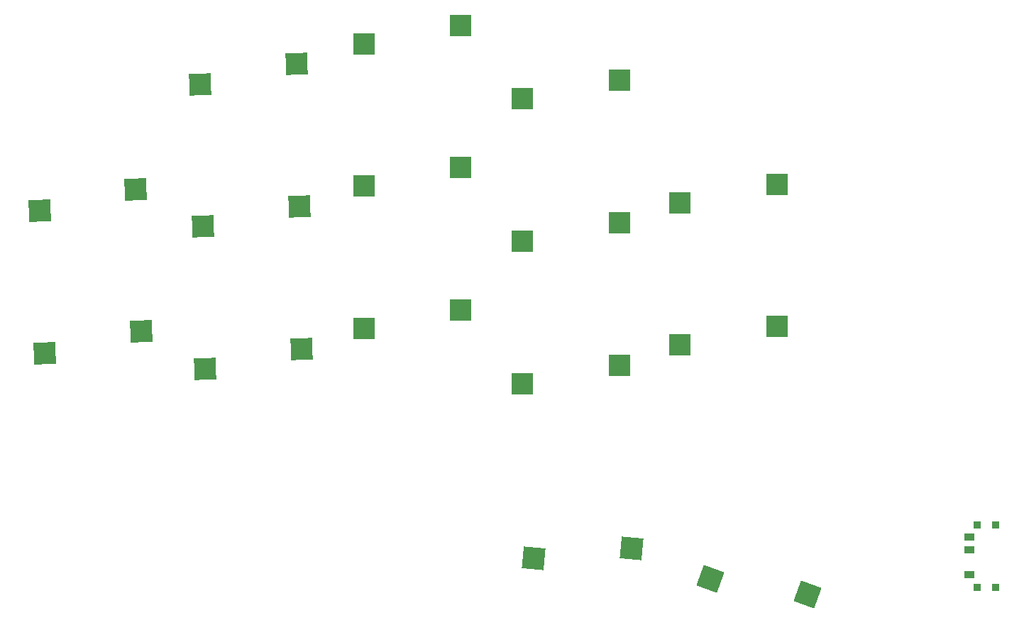
<source format=gtp>
%TF.GenerationSoftware,KiCad,Pcbnew,(6.0.4)*%
%TF.CreationDate,2022-05-15T06:34:31+02:00*%
%TF.ProjectId,battoota,62617474-6f6f-4746-912e-6b696361645f,v1.0.0*%
%TF.SameCoordinates,Original*%
%TF.FileFunction,Paste,Top*%
%TF.FilePolarity,Positive*%
%FSLAX46Y46*%
G04 Gerber Fmt 4.6, Leading zero omitted, Abs format (unit mm)*
G04 Created by KiCad (PCBNEW (6.0.4)) date 2022-05-15 06:34:31*
%MOMM*%
%LPD*%
G01*
G04 APERTURE LIST*
G04 Aperture macros list*
%AMRotRect*
0 Rectangle, with rotation*
0 The origin of the aperture is its center*
0 $1 length*
0 $2 width*
0 $3 Rotation angle, in degrees counterclockwise*
0 Add horizontal line*
21,1,$1,$2,0,0,$3*%
G04 Aperture macros list end*
%ADD10R,0.900000X0.900000*%
%ADD11R,1.250000X0.900000*%
%ADD12RotRect,2.600000X2.600000X1.000000*%
%ADD13R,2.600000X2.600000*%
%ADD14RotRect,2.600000X2.600000X340.000000*%
%ADD15RotRect,2.600000X2.600000X2.000000*%
%ADD16RotRect,2.600000X2.600000X355.000000*%
G04 APERTURE END LIST*
D10*
%TO.C,T1*%
X161400140Y52144619D03*
X163600140Y59544619D03*
X163600140Y52144619D03*
X161400140Y59544619D03*
D11*
X160425140Y53594619D03*
X160425140Y56594619D03*
X160425140Y58094619D03*
%TD*%
D12*
%TO.C,S11*%
X80234007Y114568913D03*
X68724162Y112167673D03*
%TD*%
D13*
%TO.C,S15*%
X99770817Y102196989D03*
X88220817Y99996989D03*
%TD*%
%TO.C,S21*%
X118686087Y95636017D03*
X107136087Y93436017D03*
%TD*%
%TO.C,S29*%
X137493280Y100228852D03*
X125943280Y98028852D03*
%TD*%
D14*
%TO.C,S33*%
X141122930Y51241724D03*
X129517036Y53124733D03*
%TD*%
D12*
%TO.C,S7*%
X80827391Y80574092D03*
X69317546Y78172852D03*
%TD*%
D15*
%TO.C,S5*%
X61020882Y99645012D03*
X49554697Y97043263D03*
%TD*%
D13*
%TO.C,S27*%
X137493280Y83228852D03*
X125943280Y81028852D03*
%TD*%
D12*
%TO.C,S9*%
X80530699Y97571503D03*
X69020854Y95170263D03*
%TD*%
D13*
%TO.C,S13*%
X99770817Y85196989D03*
X88220817Y82996989D03*
%TD*%
%TO.C,S17*%
X99770818Y119196989D03*
X88220818Y116996989D03*
%TD*%
D16*
%TO.C,S31*%
X120202198Y56755443D03*
X108504407Y55570464D03*
%TD*%
D15*
%TO.C,S3*%
X61614173Y82655366D03*
X50147988Y80053617D03*
%TD*%
D13*
%TO.C,S23*%
X118686087Y112636017D03*
X107136087Y110436017D03*
%TD*%
%TO.C,S19*%
X118686087Y78636017D03*
X107136087Y76436017D03*
%TD*%
M02*

</source>
